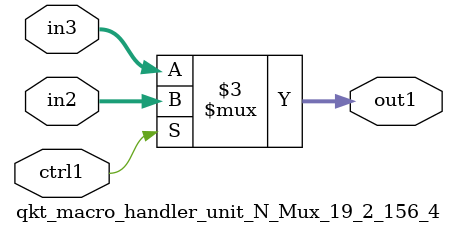
<source format=v>

`timescale 1ps / 1ps


module qkt_macro_handler_unit_N_Mux_19_2_156_4( in3, in2, ctrl1, out1 );

    input [18:0] in3;
    input [18:0] in2;
    input ctrl1;
    output [18:0] out1;
    reg [18:0] out1;

    
    // rtl_process:qkt_macro_handler_unit_N_Mux_19_2_156_4/qkt_macro_handler_unit_N_Mux_19_2_156_4_thread_1
    always @*
      begin : qkt_macro_handler_unit_N_Mux_19_2_156_4_thread_1
        case (ctrl1) 
          1'b1: 
            begin
              out1 = in2;
            end
          default: 
            begin
              out1 = in3;
            end
        endcase
      end

endmodule


</source>
